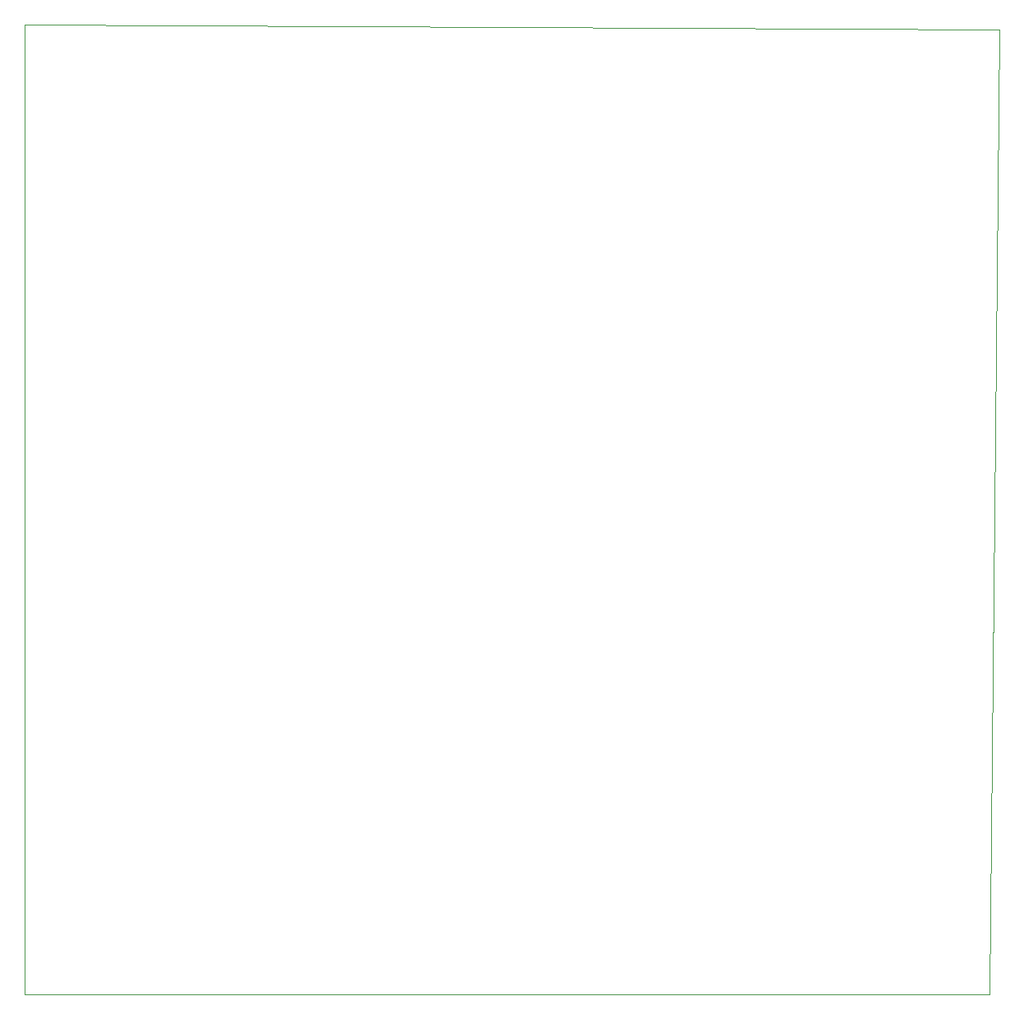
<source format=gbr>
%TF.GenerationSoftware,KiCad,Pcbnew,(5.1.2)-1*%
%TF.CreationDate,2022-02-24T14:14:44-06:00*%
%TF.ProjectId,final project circ 1,66696e61-6c20-4707-926f-6a6563742063,rev?*%
%TF.SameCoordinates,Original*%
%TF.FileFunction,Profile,NP*%
%FSLAX46Y46*%
G04 Gerber Fmt 4.6, Leading zero omitted, Abs format (unit mm)*
G04 Created by KiCad (PCBNEW (5.1.2)-1) date 2022-02-24 14:14:44*
%MOMM*%
%LPD*%
G04 APERTURE LIST*
%ADD10C,0.100000*%
G04 APERTURE END LIST*
D10*
X94400000Y-152100000D02*
X94400000Y-52100000D01*
X193900000Y-152100000D02*
X94400000Y-152100000D01*
X194900000Y-52600000D02*
X193900000Y-152100000D01*
X94400000Y-52100000D02*
X194900000Y-52600000D01*
M02*

</source>
